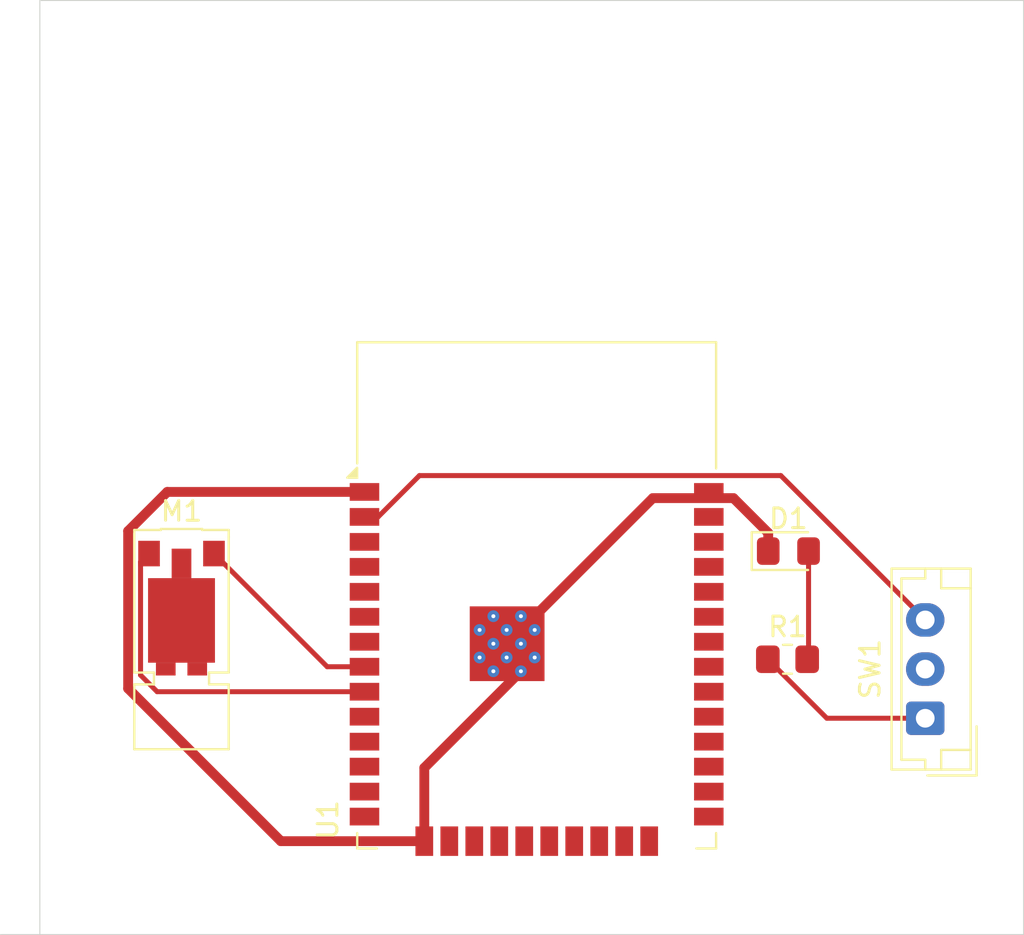
<source format=kicad_pcb>
(kicad_pcb (version 20240108) (generator "pcbnew") (generator_version "8.0")
  (layers (0 "F.Cu" signal) (31 "B.Cu" signal) (34 "B.Paste" user) (35 "F.Paste" user) (36 "B.SilkS" user "B.Silkscreen") (37 "F.SilkS" user "F.Silkscreen") (38 "B.Mask" user) (39 "F.Mask" user) (44 "Edge.Cuts" user))
  (net 0 "")
  (net 1 "GND")
  (net 2 "Net-(D1-A)")
  (net 3 "Net-(U1-IO33)")
  (net 4 "Net-(M1--)")
  (net 5 "Net-(SW1-A)")
  (net 6 "Net-(SW1-C)")
  (net 7 "VCC")
  (net 9 "Net-(U1-IO35)")
  (net 21 "Net-(U1-IO34)")
  (footprint "Motors:Vybronics_VZ30C1T8219732L" (layer "F.Cu") (at 53.2 72.975)
    (property "Reference" "M1" (at 0 -6.5 0) (layer "F.SilkS"))
    (property "Value" "Stepper_Motor_bipolar")
    (fp_line (start -2.4 -5.55) (end -1.05 -5.55) (stroke (width 0.12)) (layer "F.SilkS"))
    (fp_line (start -2.4 -5.2) (end -2.4 -5.55) (stroke (width 0.12)) (layer "F.SilkS"))
    (fp_line (start -2.4 1.7) (end -2.4 -5.2) (stroke (width 0.12)) (layer "F.SilkS"))
    (fp_line (start -2.4 2.3) (end -1.4 2.3) (stroke (width 0.12)) (layer "F.SilkS"))
    (fp_line (start -2.4 5.6) (end -2.4 2.3) (stroke (width 0.12)) (layer "F.SilkS"))
    (fp_line (start -1.4 1.7) (end -2.4 1.7) (stroke (width 0.12)) (layer "F.SilkS"))
    (fp_line (start -1.4 2.3) (end -1.4 1.7) (stroke (width 0.12)) (layer "F.SilkS"))
    (fp_line (start -1.05 -5.6) (end 1.05 -5.6) (stroke (width 0.12)) (layer "F.SilkS"))
    (fp_line (start -1.05 -5.55) (end -1.05 -5.6) (stroke (width 0.12)) (layer "F.SilkS"))
    (fp_line (start 1.05 -5.6) (end 1.05 -5.55) (stroke (width 0.12)) (layer "F.SilkS"))
    (fp_line (start 1.05 -5.55) (end 2.4 -5.55) (stroke (width 0.12)) (layer "F.SilkS"))
    (fp_line (start 1.4 1.7) (end 1.4 2.3) (stroke (width 0.12)) (layer "F.SilkS"))
    (fp_line (start 1.4 2.3) (end 2.4 2.3) (stroke (width 0.12)) (layer "F.SilkS"))
    (fp_line (start 2.4 -5.55) (end 2.4 -5.2) (stroke (width 0.12)) (layer "F.SilkS"))
    (fp_line (start 2.4 -5.2) (end 2.4 1.7) (stroke (width 0.12)) (layer "F.SilkS"))
    (fp_line (start 2.4 1.7) (end 1.4 1.7) (stroke (width 0.12)) (layer "F.SilkS"))
    (fp_line (start 2.4 2.3) (end 2.4 5.6) (stroke (width 0.12)) (layer "F.SilkS"))
    (fp_line (start 2.4 5.6) (end -2.4 5.6) (stroke (width 0.12)) (layer "F.SilkS"))
    (pad "1" smd rect (at -1.65 -4.35 270) (size 1.3 1.1) (layers "F.Cu" "F.Paste" "F.Mask") (net 3 "Net-(U1-IO33)"))
    (pad "2" smd rect (at 1.65 -4.35 270) (size 1.3 1.1) (layers "F.Cu" "F.Paste" "F.Mask") (net 4 "Net-(M1--)"))
    (pad "SH" smd rect (at -0.8 1.525) (size 1 0.65) (layers "F.Cu" "F.Paste" "F.Mask"))
    (pad "SH" smd rect (at 0 -3.85 270) (size 1.5 1) (layers "F.Cu" "F.Paste" "F.Mask"))
    (pad "SH" smd rect (at 0 -0.95 270) (size 4.3 3.4) (layers "F.Cu" "F.Mask"))
    (pad "SH" smd rect (at 0.8 1.525) (size 1 0.65) (layers "F.Cu" "F.Paste" "F.Mask"))
  )
  (footprint "LED_SMD:LED_0805_2012Metric_Pad1.15x1.40mm_HandSolder" (layer "F.Cu") (at 84.045 68.5)
    (property "Reference" "D1" (at 0 -1.65 0) (layer "F.SilkS"))
    (property "Value" "LED")
    (fp_line (start -1.86 -0.96) (end -1.86 0.96) (stroke (width 0.12)) (layer "F.SilkS"))
    (fp_line (start -1.86 0.96) (end 1 0.96) (stroke (width 0.12)) (layer "F.SilkS"))
    (fp_line (start 1 -0.96) (end -1.86 -0.96) (stroke (width 0.12)) (layer "F.SilkS"))
    (pad "1" smd roundrect (at -1.025 0) (size 1.15 1.4) (layers "F.Cu" "F.Paste" "F.Mask") (roundrect_rratio 0.217391) (net 1 "GND"))
    (pad "2" smd roundrect (at 1.025 0) (size 1.15 1.4) (layers "F.Cu" "F.Paste" "F.Mask") (roundrect_rratio 0.217391) (net 2 "Net-(D1-A)"))
  )
  (footprint "Resistor_SMD:R_0805_2012Metric_Pad1.20x1.40mm_HandSolder" (layer "F.Cu") (at 84 74)
    (property "Reference" "R1" (at 0 -1.65 0) (layer "F.SilkS"))
    (property "Value" "R")
    (fp_line (start -0.227064 -0.735) (end 0.227064 -0.735) (stroke (width 0.12)) (layer "F.SilkS"))
    (fp_line (start -0.227064 0.735) (end 0.227064 0.735) (stroke (width 0.12)) (layer "F.SilkS"))
    (pad "1" smd roundrect (at -1 0) (size 1.2 1.4) (layers "F.Cu" "F.Paste" "F.Mask") (roundrect_rratio 0.208333) (net 5 "Net-(SW1-A)"))
    (pad "2" smd roundrect (at 1 0) (size 1.2 1.4) (layers "F.Cu" "F.Paste" "F.Mask") (roundrect_rratio 0.208333) (net 2 "Net-(D1-A)"))
  )
  (footprint "RF_Module:ESP32-WROOM-32D" (layer "F.Cu") (at 71.25 73.74)
    (property "Reference" "U1" (at -10.61 8.43 90) (layer "F.SilkS"))
    (property "Value" "ESP32-WROOM-32E")
    (fp_line (start -9.12 -15.86) (end -9.12 -9.7) (stroke (width 0.12)) (layer "F.SilkS"))
    (fp_line (start -9.12 -15.86) (end 9.12 -15.86) (stroke (width 0.12)) (layer "F.SilkS"))
    (fp_line (start -9.12 9.1) (end -9.12 9.88) (stroke (width 0.12)) (layer "F.SilkS"))
    (fp_line (start -9.12 9.88) (end -8.12 9.88) (stroke (width 0.12)) (layer "F.SilkS"))
    (fp_line (start 9.12 -15.86) (end 9.12 -9.445) (stroke (width 0.12)) (layer "F.SilkS"))
    (fp_line (start 9.12 9.1) (end 9.12 9.88) (stroke (width 0.12)) (layer "F.SilkS"))
    (fp_line (start 9.12 9.88) (end 8.12 9.88) (stroke (width 0.12)) (layer "F.SilkS"))
    (fp_poly (pts (xy -9.125 -8.975) (xy -9.625 -8.975) (xy -9.125 -9.475) (xy -9.125 -8.975)) (stroke (width 0.12)) (fill solid) (layer "F.SilkS"))
    (pad "1" smd rect (at -8.75 -8.25) (size 1.5 0.9) (layers "F.Cu" "F.Paste" "F.Mask") (net 1 "GND"))
    (pad "2" smd rect (at -8.75 -6.98) (size 1.5 0.9) (layers "F.Cu" "F.Paste" "F.Mask") (net 6 "Net-(SW1-C)"))
    (pad "3" smd rect (at -8.75 -5.71) (size 1.5 0.9) (layers "F.Cu" "F.Paste" "F.Mask"))
    (pad "4" smd rect (at -8.75 -4.44) (size 1.5 0.9) (layers "F.Cu" "F.Paste" "F.Mask"))
    (pad "5" smd rect (at -8.75 -3.17) (size 1.5 0.9) (layers "F.Cu" "F.Paste" "F.Mask"))
    (pad "6" smd rect (at -8.75 -1.9) (size 1.5 0.9) (layers "F.Cu" "F.Paste" "F.Mask") (net 21 "Net-(U1-IO34)"))
    (pad "7" smd rect (at -8.75 -0.63) (size 1.5 0.9) (layers "F.Cu" "F.Paste" "F.Mask") (net 9 "Net-(U1-IO35)"))
    (pad "8" smd rect (at -8.75 0.64) (size 1.5 0.9) (layers "F.Cu" "F.Paste" "F.Mask") (net 4 "Net-(M1--)"))
    (pad "9" smd rect (at -8.75 1.91) (size 1.5 0.9) (layers "F.Cu" "F.Paste" "F.Mask") (net 3 "Net-(U1-IO33)"))
    (pad "10" smd rect (at -8.75 3.18) (size 1.5 0.9) (layers "F.Cu" "F.Paste" "F.Mask"))
    (pad "11" smd rect (at -8.75 4.45) (size 1.5 0.9) (layers "F.Cu" "F.Paste" "F.Mask"))
    (pad "12" smd rect (at -8.75 5.72) (size 1.5 0.9) (layers "F.Cu" "F.Paste" "F.Mask"))
    (pad "13" smd rect (at -8.75 6.99) (size 1.5 0.9) (layers "F.Cu" "F.Paste" "F.Mask"))
    (pad "14" smd rect (at -8.75 8.26) (size 1.5 0.9) (layers "F.Cu" "F.Paste" "F.Mask"))
    (pad "15" smd rect (at -5.71 9.51 90) (size 1.5 0.9) (layers "F.Cu" "F.Paste" "F.Mask") (net 1 "GND"))
    (pad "16" smd rect (at -4.44 9.51 90) (size 1.5 0.9) (layers "F.Cu" "F.Paste" "F.Mask"))
    (pad "17" smd rect (at -3.17 9.51 90) (size 1.5 0.9) (layers "F.Cu" "F.Paste" "F.Mask"))
    (pad "18" smd rect (at -1.9 9.51 90) (size 1.5 0.9) (layers "F.Cu" "F.Paste" "F.Mask"))
    (pad "19" smd rect (at -0.63 9.51 90) (size 1.5 0.9) (layers "F.Cu" "F.Paste" "F.Mask"))
    (pad "20" smd rect (at 0.64 9.51 90) (size 1.5 0.9) (layers "F.Cu" "F.Paste" "F.Mask"))
    (pad "21" smd rect (at 1.91 9.51 90) (size 1.5 0.9) (layers "F.Cu" "F.Paste" "F.Mask"))
    (pad "22" smd rect (at 3.18 9.51 90) (size 1.5 0.9) (layers "F.Cu" "F.Paste" "F.Mask"))
    (pad "23" smd rect (at 4.45 9.51 90) (size 1.5 0.9) (layers "F.Cu" "F.Paste" "F.Mask"))
    (pad "24" smd rect (at 5.72 9.51 90) (size 1.5 0.9) (layers "F.Cu" "F.Paste" "F.Mask"))
    (pad "25" smd rect (at 8.75 8.26) (size 1.5 0.9) (layers "F.Cu" "F.Paste" "F.Mask"))
    (pad "26" smd rect (at 8.75 6.99) (size 1.5 0.9) (layers "F.Cu" "F.Paste" "F.Mask"))
    (pad "27" smd rect (at 8.75 5.72) (size 1.5 0.9) (layers "F.Cu" "F.Paste" "F.Mask"))
    (pad "28" smd rect (at 8.75 4.45) (size 1.5 0.9) (layers "F.Cu" "F.Paste" "F.Mask"))
    (pad "29" smd rect (at 8.75 3.18) (size 1.5 0.9) (layers "F.Cu" "F.Paste" "F.Mask"))
    (pad "30" smd rect (at 8.75 1.91) (size 1.5 0.9) (layers "F.Cu" "F.Paste" "F.Mask"))
    (pad "31" smd rect (at 8.75 0.64) (size 1.5 0.9) (layers "F.Cu" "F.Paste" "F.Mask"))
    (pad "32" smd rect (at 8.75 -0.63) (size 1.5 0.9) (layers "F.Cu" "F.Paste" "F.Mask"))
    (pad "33" smd rect (at 8.75 -1.9) (size 1.5 0.9) (layers "F.Cu" "F.Paste" "F.Mask"))
    (pad "34" smd rect (at 8.75 -3.17) (size 1.5 0.9) (layers "F.Cu" "F.Paste" "F.Mask"))
    (pad "35" smd rect (at 8.75 -4.44) (size 1.5 0.9) (layers "F.Cu" "F.Paste" "F.Mask"))
    (pad "36" smd rect (at 8.75 -5.71) (size 1.5 0.9) (layers "F.Cu" "F.Paste" "F.Mask"))
    (pad "37" smd rect (at 8.75 -6.98) (size 1.5 0.9) (layers "F.Cu" "F.Paste" "F.Mask"))
    (pad "38" smd rect (at 8.75 -8.25) (size 1.5 0.9) (layers "F.Cu" "F.Paste" "F.Mask") (net 1 "GND"))
    (pad "39" smd rect (at -2.9 -1.93) (size 0.9 0.9) (layers "F.Cu" "F.Paste") (net 1 "GND"))
    (pad "39" thru_hole circle (at -2.9 -1.23) (size 0.6 0.6) (drill 0.2) (property pad_prop_heatsink) (layers "*.Cu" "F.Mask") (net 1 "GND"))
    (pad "39" smd rect (at -2.9 -0.53) (size 0.9 0.9) (layers "F.Cu" "F.Paste") (net 1 "GND"))
    (pad "39" thru_hole circle (at -2.9 0.17) (size 0.6 0.6) (drill 0.2) (property pad_prop_heatsink) (layers "*.Cu" "F.Mask") (net 1 "GND"))
    (pad "39" smd rect (at -2.9 0.87) (size 0.9 0.9) (layers "F.Cu" "F.Paste") (net 1 "GND"))
    (pad "39" thru_hole circle (at -2.2 -1.93) (size 0.6 0.6) (drill 0.2) (property pad_prop_heatsink) (layers "*.Cu" "F.Mask") (net 1 "GND"))
    (pad "39" thru_hole circle (at -2.2 -0.53) (size 0.6 0.6) (drill 0.2) (property pad_prop_heatsink) (layers "*.Cu" "F.Mask") (net 1 "GND"))
    (pad "39" thru_hole circle (at -2.2 0.87) (size 0.6 0.6) (drill 0.2) (property pad_prop_heatsink) (layers "*.Cu" "F.Mask") (net 1 "GND"))
    (pad "39" thru_hole circle (at -1.525 -1.23) (size 0.6 0.6) (drill 0.2) (property pad_prop_heatsink) (layers "*.Cu" "F.Mask") (net 1 "GND"))
    (pad "39" thru_hole circle (at -1.525 0.17) (size 0.6 0.6) (drill 0.2) (property pad_prop_heatsink) (layers "*.Cu" "F.Mask") (net 1 "GND"))
    (pad "39" smd rect (at -1.5 -1.93) (size 0.9 0.9) (layers "F.Cu" "F.Paste") (net 1 "GND"))
    (pad "39" smd rect (at -1.5 -0.53) (size 0.9 0.9) (layers "F.Cu" "F.Paste") (net 1 "GND"))
    (pad "39" smd rect (at -1.5 -0.53) (size 3.8 3.8) (property pad_prop_heatsink) (layers "F.Cu" "F.Mask") (net 1 "GND"))
    (pad "39" smd rect (at -1.5 0.87) (size 0.9 0.9) (layers "F.Cu" "F.Paste") (net 1 "GND"))
    (pad "39" thru_hole circle (at -0.8 -1.93) (size 0.6 0.6) (drill 0.2) (property pad_prop_heatsink) (layers "*.Cu" "F.Mask") (net 1 "GND"))
    (pad "39" thru_hole circle (at -0.8 -0.53) (size 0.6 0.6) (drill 0.2) (property pad_prop_heatsink) (layers "*.Cu" "F.Mask") (net 1 "GND"))
    (pad "39" thru_hole circle (at -0.8 0.87) (size 0.6 0.6) (drill 0.2) (property pad_prop_heatsink) (layers "*.Cu" "F.Mask") (net 1 "GND"))
    (pad "39" smd rect (at -0.1 -1.93) (size 0.9 0.9) (layers "F.Cu" "F.Paste") (net 1 "GND"))
    (pad "39" thru_hole circle (at -0.1 -1.23) (size 0.6 0.6) (drill 0.2) (property pad_prop_heatsink) (layers "*.Cu" "F.Mask") (net 1 "GND"))
    (pad "39" smd rect (at -0.1 -0.53) (size 0.9 0.9) (layers "F.Cu" "F.Paste") (net 1 "GND"))
    (pad "39" thru_hole circle (at -0.1 0.17) (size 0.6 0.6) (drill 0.2) (property pad_prop_heatsink) (layers "*.Cu" "F.Mask") (net 1 "GND"))
    (pad "39" smd rect (at -0.1 0.87) (size 0.9 0.9) (layers "F.Cu" "F.Paste") (net 1 "GND"))
  )
  (footprint "Connector_JST:JST_EH_B3B-EH-A_1x03_P2.50mm_Vertical" (layer "F.Cu") (at 91 77 90)
    (property "Reference" "SW1" (at 2.5 -2.8 90) (layer "F.SilkS"))
    (property "Value" "SW_SPDT")
    (fp_line (start 7.61 -1.71) (end -2.61 -1.71) (stroke (width 0.12)) (layer "F.SilkS"))
    (fp_line (start -2.61 -1.71) (end -2.61 2.31) (stroke (width 0.12)) (layer "F.SilkS"))
    (fp_line (start 7.11 -1.21) (end 7.11 0) (stroke (width 0.12)) (layer "F.SilkS"))
    (fp_line (start -2.11 -1.21) (end 7.11 -1.21) (stroke (width 0.12)) (layer "F.SilkS"))
    (fp_line (start 7.11 0) (end 7.61 0) (stroke (width 0.12)) (layer "F.SilkS"))
    (fp_line (start -2.11 0) (end -2.11 -1.21) (stroke (width 0.12)) (layer "F.SilkS"))
    (fp_line (start -2.61 0) (end -2.11 0) (stroke (width 0.12)) (layer "F.SilkS"))
    (fp_line (start -2.91 0.11) (end -2.91 2.61) (stroke (width 0.12)) (layer "F.SilkS"))
    (fp_line (start 7.61 0.81) (end 6.61 0.81) (stroke (width 0.12)) (layer "F.SilkS"))
    (fp_line (start 6.61 0.81) (end 6.61 2.31) (stroke (width 0.12)) (layer "F.SilkS"))
    (fp_line (start -1.61 0.81) (end -1.61 2.31) (stroke (width 0.12)) (layer "F.SilkS"))
    (fp_line (start -2.61 0.81) (end -1.61 0.81) (stroke (width 0.12)) (layer "F.SilkS"))
    (fp_line (start 7.61 2.31) (end 7.61 -1.71) (stroke (width 0.12)) (layer "F.SilkS"))
    (fp_line (start -2.61 2.31) (end 7.61 2.31) (stroke (width 0.12)) (layer "F.SilkS"))
    (fp_line (start -2.91 2.61) (end -0.41 2.61) (stroke (width 0.12)) (layer "F.SilkS"))
    (pad "1" thru_hole roundrect (at 0 0 90) (size 1.7 1.95) (drill 0.95) (layers "*.Cu" "*.Mask") (roundrect_rratio 0.147059) (net 5 "Net-(SW1-A)"))
    (pad "2" thru_hole oval (at 2.5 0 90) (size 1.7 1.95) (drill 0.95) (layers "*.Cu" "*.Mask") (net 7 "VCC"))
    (pad "3" thru_hole oval (at 5 0 90) (size 1.7 1.95) (drill 0.95) (layers "*.Cu" "*.Mask") (net 6 "Net-(SW1-C)"))
  )
  (gr_line (start 46 40.5) (end 46 88) (stroke (width 0.05)) (layer "Edge.Cuts"))
  (gr_line (start 96 40.5) (end 46 40.5) (stroke (width 0.05)) (layer "Edge.Cuts"))
  (gr_line (start 96 40.5) (end 96 88) (stroke (width 0.05)) (layer "Edge.Cuts"))
  (gr_line (start 96 88) (end 44 88) (stroke (width 0.05)) (layer "Edge.Cuts"))
  (segment (start 50.488 75.488) (end 58.25 83.25) (width 0.5) (layer "F.Cu") (net 1))
  (segment (start 52.477 65.49) (end 50.488 67.479) (width 0.5) (layer "F.Cu") (net 1))
  (segment (start 58.25 83.25) (end 65.54 83.25) (width 0.5) (layer "F.Cu") (net 1))
  (segment (start 77.154 65.806) (end 71.15 71.81) (width 0.5) (layer "F.Cu") (net 1))
  (segment (start 62.5 65.49) (end 52.477 65.49) (width 0.5) (layer "F.Cu") (net 1))
  (segment (start 83.02 68.5) (end 83.02 67.572) (width 0.5) (layer "F.Cu") (net 1))
  (segment (start 50.488 67.479) (end 50.488 75.488) (width 0.5) (layer "F.Cu") (net 1))
  (segment (start 65.54 79.52) (end 70.45 74.61) (width 0.5) (layer "F.Cu") (net 1))
  (segment (start 65.54 83.25) (end 65.54 79.52) (width 0.5) (layer "F.Cu") (net 1))
  (segment (start 83.02 67.572) (end 81.254 65.806) (width 0.5) (layer "F.Cu") (net 1))
  (segment (start 81.254 65.806) (end 77.154 65.806) (width 0.5) (layer "F.Cu") (net 1))
  (segment (start 85.07 73.93) (end 85 74) (width 0.254) (layer "F.Cu") (net 2))
  (segment (start 85.07 68.5) (end 85.07 73.93) (width 0.254) (layer "F.Cu") (net 2))
  (segment (start 51.963 75.65) (end 62.5 75.65) (width 0.254) (layer "F.Cu") (net 3))
  (segment (start 51.119 69.056) (end 51.119 74.806) (width 0.254) (layer "F.Cu") (net 3))
  (segment (start 51.55 68.625) (end 51.119 69.056) (width 0.254) (layer "F.Cu") (net 3))
  (segment (start 51.119 74.806) (end 51.963 75.65) (width 0.254) (layer "F.Cu") (net 3))
  (segment (start 60.605 74.38) (end 62.5 74.38) (width 0.254) (layer "F.Cu") (net 4))
  (segment (start 54.85 68.625) (end 60.605 74.38) (width 0.254) (layer "F.Cu") (net 4))
  (segment (start 83 74) (end 86 77) (width 0.254) (layer "F.Cu") (net 5))
  (segment (start 86 77) (end 91 77) (width 0.254) (layer "F.Cu") (net 5))
  (segment (start 63.192 66.76) (end 62.5 66.76) (width 0.254) (layer "F.Cu") (net 6))
  (segment (start 83.659 64.659) (end 65.293 64.659) (width 0.254) (layer "F.Cu") (net 6))
  (segment (start 91 72) (end 83.659 64.659) (width 0.254) (layer "F.Cu") (net 6))
  (segment (start 65.293 64.659) (end 63.192 66.76) (width 0.254) (layer "F.Cu") (net 6))
)
</source>
